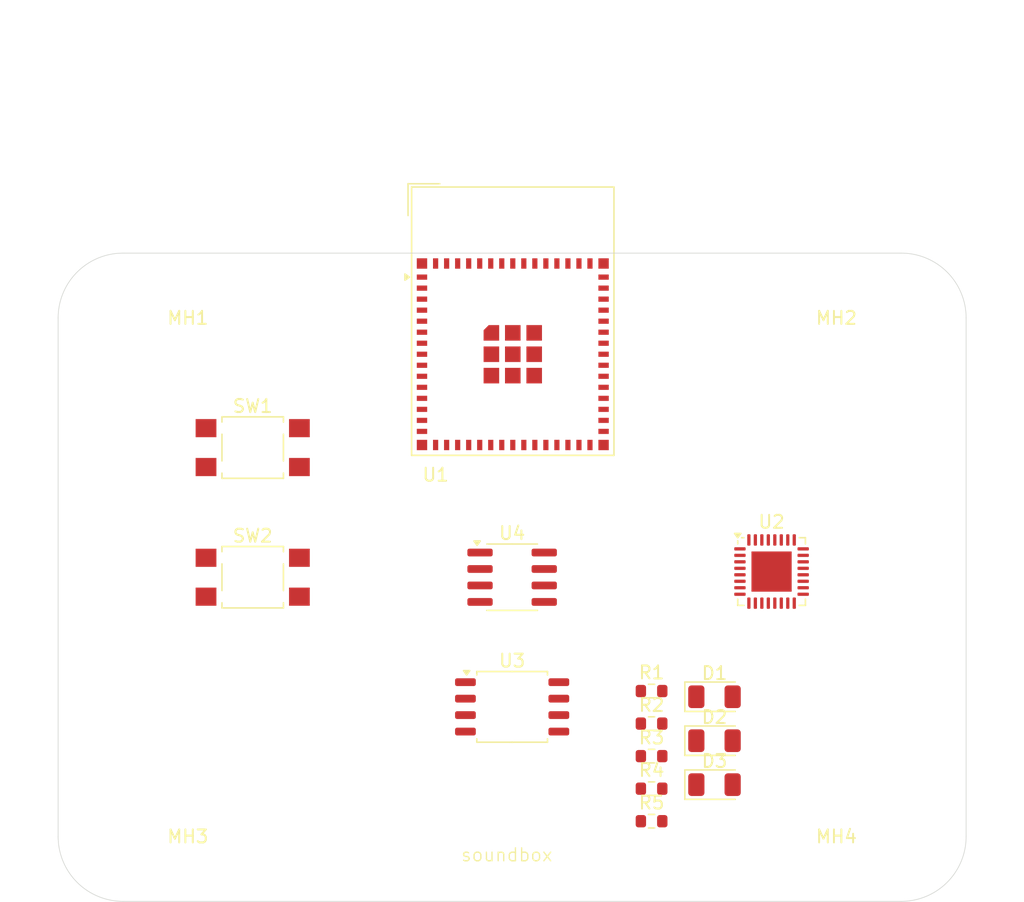
<source format=kicad_pcb>
(kicad_pcb (version 20240108) (generator "pcbnew") (generator_version "8.0")
  (title_block (title "soundbox"))
  (layers (0 "F.Cu" signal) (31 "B.Cu" signal) (34 "B.Paste" user) (35 "F.Paste" user) (36 "B.SilkS" user "B.Silkscreen") (37 "F.SilkS" user "F.Silkscreen") (38 "B.Mask" user) (39 "F.Mask" user) (44 "Edge.Cuts" user))
  (net 0 "")
  (net 5 "Net-(U1-GND-Pad1)")
  (net 48 "Net-(U2-PVDD-Pad21)")
  (net 52 "Net-(U2-PGND-Pad25)")
  (net 90 "Net-(D1-K)")
  (net 93 "Net-(D2-K)")
  (net 95 "Net-(D3-K)")
  (net 99 "Net-(R4-Pad2)")
  (footprint "Resistor_SMD:R_0603_1608Metric" (layer "F.Cu") (at 155.75 113.82)
    (property "Reference" "R5" (at 0 -1.43 0) (layer "F.SilkS"))
    (property "Value" "R")
    (fp_line (start -0.237258 -0.5225) (end 0.237258 -0.5225) (stroke (width 0.12)) (layer "F.SilkS"))
    (fp_line (start -0.237258 0.5225) (end 0.237258 0.5225) (stroke (width 0.12)) (layer "F.SilkS"))
    (pad "1" smd roundrect (at -0.825 0) (size 0.8 0.95) (layers "F.Cu" "F.Paste" "F.Mask") (net 99 "Net-(R4-Pad2)"))
    (pad "2" smd roundrect (at 0.825 0) (size 0.8 0.95) (layers "F.Cu" "F.Paste" "F.Mask"))
  )
  (footprint "Resistor_SMD:R_0603_1608Metric" (layer "F.Cu") (at 155.75 111.31)
    (property "Reference" "R4" (at 0 -1.43 0) (layer "F.SilkS"))
    (property "Value" "R")
    (fp_line (start -0.237258 -0.5225) (end 0.237258 -0.5225) (stroke (width 0.12)) (layer "F.SilkS"))
    (fp_line (start -0.237258 0.5225) (end 0.237258 0.5225) (stroke (width 0.12)) (layer "F.SilkS"))
    (pad "1" smd roundrect (at -0.825 0) (size 0.8 0.95) (layers "F.Cu" "F.Paste" "F.Mask"))
    (pad "2" smd roundrect (at 0.825 0) (size 0.8 0.95) (layers "F.Cu" "F.Paste" "F.Mask") (net 99 "Net-(R4-Pad2)"))
  )
  (footprint "Button_Switch_SMD:SW_SPST_TL3305A" (layer "F.Cu") (at 125 95)
    (property "Reference" "SW2" (at 0 -3.2 0) (layer "F.SilkS"))
    (property "Value" "SW_Push")
    (fp_line (start -2.37 -2.37) (end -2.37 -1.97) (stroke (width 0.12)) (layer "F.SilkS"))
    (fp_line (start -2.37 -2.37) (end 2.37 -2.37) (stroke (width 0.12)) (layer "F.SilkS"))
    (fp_line (start -2.37 1.03) (end -2.37 -1.03) (stroke (width 0.12)) (layer "F.SilkS"))
    (fp_line (start -2.37 2.37) (end -2.37 1.97) (stroke (width 0.12)) (layer "F.SilkS"))
    (fp_line (start -2.37 2.37) (end 2.37 2.37) (stroke (width 0.12)) (layer "F.SilkS"))
    (fp_line (start 2.37 -2.37) (end 2.37 -1.97) (stroke (width 0.12)) (layer "F.SilkS"))
    (fp_line (start 2.37 1.03) (end 2.37 -1.03) (stroke (width 0.12)) (layer "F.SilkS"))
    (fp_line (start 2.37 2.37) (end 2.37 1.97) (stroke (width 0.12)) (layer "F.SilkS"))
    (pad "1" smd rect (at -3.6 -1.5) (size 1.6 1.4) (layers "F.Cu" "F.Paste" "F.Mask"))
    (pad "1" smd rect (at 3.6 -1.5) (size 1.6 1.4) (layers "F.Cu" "F.Paste" "F.Mask"))
    (pad "2" smd rect (at -3.6 1.5) (size 1.6 1.4) (layers "F.Cu" "F.Paste" "F.Mask"))
    (pad "2" smd rect (at 3.6 1.5) (size 1.6 1.4) (layers "F.Cu" "F.Paste" "F.Mask"))
  )
  (footprint "Package_SO:SOIC-8_3.9x4.9mm_P1.27mm" (layer "F.Cu") (at 145 95)
    (property "Reference" "U4" (at 0 -3.4 0) (layer "F.SilkS"))
    (property "Value" "25CSM04xxSN")
    (fp_line (start 0 -2.56) (end -1.95 -2.56) (stroke (width 0.12)) (layer "F.SilkS"))
    (fp_line (start 0 -2.56) (end 1.95 -2.56) (stroke (width 0.12)) (layer "F.SilkS"))
    (fp_line (start 0 2.56) (end -1.95 2.56) (stroke (width 0.12)) (layer "F.SilkS"))
    (fp_line (start 0 2.56) (end 1.95 2.56) (stroke (width 0.12)) (layer "F.SilkS"))
    (fp_poly (pts (xy -2.7 -2.465) (xy -2.94 -2.795) (xy -2.46 -2.795) (xy -2.7 -2.465)) (stroke (width 0.12)) (fill solid) (layer "F.SilkS"))
    (pad "1" smd roundrect (at -2.475 -1.905) (size 1.95 0.6) (layers "F.Cu" "F.Paste" "F.Mask"))
    (pad "2" smd roundrect (at -2.475 -0.635) (size 1.95 0.6) (layers "F.Cu" "F.Paste" "F.Mask"))
    (pad "3" smd roundrect (at -2.475 0.635) (size 1.95 0.6) (layers "F.Cu" "F.Paste" "F.Mask"))
    (pad "4" smd roundrect (at -2.475 1.905) (size 1.95 0.6) (layers "F.Cu" "F.Paste" "F.Mask"))
    (pad "5" smd roundrect (at 2.475 1.905) (size 1.95 0.6) (layers "F.Cu" "F.Paste" "F.Mask"))
    (pad "6" smd roundrect (at 2.475 0.635) (size 1.95 0.6) (layers "F.Cu" "F.Paste" "F.Mask"))
    (pad "7" smd roundrect (at 2.475 -0.635) (size 1.95 0.6) (layers "F.Cu" "F.Paste" "F.Mask"))
    (pad "8" smd roundrect (at 2.475 -1.905) (size 1.95 0.6) (layers "F.Cu" "F.Paste" "F.Mask"))
  )
  (footprint "MountingHole:MountingHole_3.2mm_M3" (layer "F.Cu") (at 115 115)
    (property "Reference" "MH3" (at 5 0 0) (layer "F.SilkS"))
    (property "Value" "MountingHole_3.2mm_M3")
    (pad "" np_thru_hole circle (at 0 0) (size 3.2 3.2) (drill 3.2) (layers "*.Cu" "*.Mask"))
  )
  (footprint "RF_Module:ESP32-S2-MINI-1" (layer "F.Cu") (at 145.05 75.25)
    (property "Reference" "U1" (at -5.95 11.85 0) (layer "F.SilkS"))
    (property "Value" "ESP32-S3-MINI-1")
    (fp_line (start -8.075 -10.6) (end -8.075 -8.15) (stroke (width 0.12)) (layer "F.SilkS"))
    (fp_line (start -8.075 -10.6) (end -5.625 -10.6) (stroke (width 0.12)) (layer "F.SilkS"))
    (fp_line (start -7.8 -10.35) (end 7.8 -10.35) (stroke (width 0.12)) (layer "F.SilkS"))
    (fp_line (start -7.8 10.35) (end -7.8 -10.35) (stroke (width 0.12)) (layer "F.SilkS"))
    (fp_line (start 7.8 -10.35) (end 7.8 10.35) (stroke (width 0.12)) (layer "F.SilkS"))
    (fp_line (start 7.8 10.35) (end -7.8 10.35) (stroke (width 0.12)) (layer "F.SilkS"))
    (fp_poly (pts (xy -7.975 -3.4) (xy -8.311 -3.16) (xy -8.311 -3.64) (xy -7.975 -3.4)) (stroke (width 0.12)) (fill solid) (layer "F.SilkS"))
    (pad "1" smd rect (at -7 -3.4) (size 0.8 0.4) (layers "F.Cu" "F.Paste" "F.Mask") (net 5 "Net-(U1-GND-Pad1)"))
    (pad "2" smd rect (at -7 -2.55) (size 0.8 0.4) (layers "F.Cu" "F.Paste" "F.Mask") (net 5 "Net-(U1-GND-Pad1)"))
    (pad "3" smd rect (at -7 -1.7) (size 0.8 0.4) (layers "F.Cu" "F.Paste" "F.Mask"))
    (pad "4" smd rect (at -7 -0.85) (size 0.8 0.4) (layers "F.Cu" "F.Paste" "F.Mask"))
    (pad "5" smd rect (at -7 0) (size 0.8 0.4) (layers "F.Cu" "F.Paste" "F.Mask"))
    (pad "6" smd rect (at -7 0.85) (size 0.8 0.4) (layers "F.Cu" "F.Paste" "F.Mask"))
    (pad "7" smd rect (at -7 1.7) (size 0.8 0.4) (layers "F.Cu" "F.Paste" "F.Mask"))
    (pad "8" smd rect (at -7 2.55) (size 0.8 0.4) (layers "F.Cu" "F.Paste" "F.Mask"))
    (pad "9" smd rect (at -7 3.4) (size 0.8 0.4) (layers "F.Cu" "F.Paste" "F.Mask"))
    (pad "10" smd rect (at -7 4.25) (size 0.8 0.4) (layers "F.Cu" "F.Paste" "F.Mask"))
    (pad "11" smd rect (at -7 5.1) (size 0.8 0.4) (layers "F.Cu" "F.Paste" "F.Mask"))
    (pad "12" smd rect (at -7 5.95) (size 0.8 0.4) (layers "F.Cu" "F.Paste" "F.Mask"))
    (pad "13" smd rect (at -7 6.8) (size 0.8 0.4) (layers "F.Cu" "F.Paste" "F.Mask"))
    (pad "14" smd rect (at -7 7.65) (size 0.8 0.4) (layers "F.Cu" "F.Paste" "F.Mask"))
    (pad "15" smd rect (at -7 8.5) (size 0.8 0.4) (layers "F.Cu" "F.Paste" "F.Mask"))
    (pad "16" smd rect (at -5.95 9.55 90) (size 0.8 0.4) (layers "F.Cu" "F.Paste" "F.Mask"))
    (pad "17" smd rect (at -5.1 9.55 90) (size 0.8 0.4) (layers "F.Cu" "F.Paste" "F.Mask"))
    (pad "18" smd rect (at -4.25 9.55 90) (size 0.8 0.4) (layers "F.Cu" "F.Paste" "F.Mask"))
    (pad "19" smd rect (at -3.4 9.55 90) (size 0.8 0.4) (layers "F.Cu" "F.Paste" "F.Mask"))
    (pad "20" smd rect (at -2.55 9.55 90) (size 0.8 0.4) (layers "F.Cu" "F.Paste" "F.Mask"))
    (pad "21" smd rect (at -1.7 9.55 90) (size 0.8 0.4) (layers "F.Cu" "F.Paste" "F.Mask"))
    (pad "22" smd rect (at -0.85 9.55 90) (size 0.8 0.4) (layers "F.Cu" "F.Paste" "F.Mask"))
    (pad "23" smd rect (at 0 9.55 90) (size 0.8 0.4) (layers "F.Cu" "F.Paste" "F.Mask"))
    (pad "24" smd rect (at 0.85 9.55 90) (size 0.8 0.4) (layers "F.Cu" "F.Paste" "F.Mask"))
    (pad "25" smd rect (at 1.7 9.55 90) (size 0.8 0.4) (layers "F.Cu" "F.Paste" "F.Mask"))
    (pad "26" smd rect (at 2.55 9.55 90) (size 0.8 0.4) (layers "F.Cu" "F.Paste" "F.Mask"))
    (pad "27" smd rect (at 3.4 9.55 90) (size 0.8 0.4) (layers "F.Cu" "F.Paste" "F.Mask"))
    (pad "28" smd rect (at 4.25 9.55 90) (size 0.8 0.4) (layers "F.Cu" "F.Paste" "F.Mask"))
    (pad "29" smd rect (at 5.1 9.55 90) (size 0.8 0.4) (layers "F.Cu" "F.Paste" "F.Mask"))
    (pad "30" smd rect (at 5.95 9.55 90) (size 0.8 0.4) (layers "F.Cu" "F.Paste" "F.Mask"))
    (pad "31" smd rect (at 7 8.5) (size 0.8 0.4) (layers "F.Cu" "F.Paste" "F.Mask"))
    (pad "32" smd rect (at 7 7.65) (size 0.8 0.4) (layers "F.Cu" "F.Paste" "F.Mask"))
    (pad "33" smd rect (at 7 6.8) (size 0.8 0.4) (layers "F.Cu" "F.Paste" "F.Mask"))
    (pad "34" smd rect (at 7 5.95) (size 0.8 0.4) (layers "F.Cu" "F.Paste" "F.Mask"))
    (pad "35" smd rect (at 7 5.1) (size 0.8 0.4) (layers "F.Cu" "F.Paste" "F.Mask"))
    (pad "36" smd rect (at 7 4.25) (size 0.8 0.4) (layers "F.Cu" "F.Paste" "F.Mask"))
    (pad "37" smd rect (at 7 3.4) (size 0.8 0.4) (layers "F.Cu" "F.Paste" "F.Mask"))
    (pad "38" smd rect (at 7 2.55) (size 0.8 0.4) (layers "F.Cu" "F.Paste" "F.Mask"))
    (pad "39" smd rect (at 7 1.7) (size 0.8 0.4) (layers "F.Cu" "F.Paste" "F.Mask"))
    (pad "40" smd rect (at 7 0.85) (size 0.8 0.4) (layers "F.Cu" "F.Paste" "F.Mask"))
    (pad "41" smd rect (at 7 0) (size 0.8 0.4) (layers "F.Cu" "F.Paste" "F.Mask"))
    (pad "42" smd rect (at 7 -0.85) (size 0.8 0.4) (layers "F.Cu" "F.Paste" "F.Mask") (net 5 "Net-(U1-GND-Pad1)"))
    (pad "43" smd rect (at 7 -1.7) (size 0.8 0.4) (layers "F.Cu" "F.Paste" "F.Mask") (net 5 "Net-(U1-GND-Pad1)"))
    (pad "44" smd rect (at 7 -2.55) (size 0.8 0.4) (layers "F.Cu" "F.Paste" "F.Mask"))
    (pad "45" smd rect (at 7 -3.4) (size 0.8 0.4) (layers "F.Cu" "F.Paste" "F.Mask"))
    (pad "46" smd rect (at 5.95 -4.45 90) (size 0.8 0.4) (layers "F.Cu" "F.Paste" "F.Mask") (net 5 "Net-(U1-GND-Pad1)"))
    (pad "47" smd rect (at 5.1 -4.45 90) (size 0.8 0.4) (layers "F.Cu" "F.Paste" "F.Mask") (net 5 "Net-(U1-GND-Pad1)"))
    (pad "48" smd rect (at 4.25 -4.45 90) (size 0.8 0.4) (layers "F.Cu" "F.Paste" "F.Mask") (net 5 "Net-(U1-GND-Pad1)"))
    (pad "49" smd rect (at 3.4 -4.45 90) (size 0.8 0.4) (layers "F.Cu" "F.Paste" "F.Mask") (net 5 "Net-(U1-GND-Pad1)"))
    (pad "50" smd rect (at 2.55 -4.45 90) (size 0.8 0.4) (layers "F.Cu" "F.Paste" "F.Mask") (net 5 "Net-(U1-GND-Pad1)"))
    (pad "51" smd rect (at 1.7 -4.45 90) (size 0.8 0.4) (layers "F.Cu" "F.Paste" "F.Mask") (net 5 "Net-(U1-GND-Pad1)"))
    (pad "52" smd rect (at 0.85 -4.45 90) (size 0.8 0.4) (layers "F.Cu" "F.Paste" "F.Mask") (net 5 "Net-(U1-GND-Pad1)"))
    (pad "53" smd rect (at 0 -4.45 90) (size 0.8 0.4) (layers "F.Cu" "F.Paste" "F.Mask") (net 5 "Net-(U1-GND-Pad1)"))
    (pad "54" smd rect (at -0.85 -4.45 90) (size 0.8 0.4) (layers "F.Cu" "F.Paste" "F.Mask") (net 5 "Net-(U1-GND-Pad1)"))
    (pad "55" smd rect (at -1.7 -4.45 90) (size 0.8 0.4) (layers "F.Cu" "F.Paste" "F.Mask") (net 5 "Net-(U1-GND-Pad1)"))
    (pad "56" smd rect (at -2.55 -4.45 90) (size 0.8 0.4) (layers "F.Cu" "F.Paste" "F.Mask") (net 5 "Net-(U1-GND-Pad1)"))
    (pad "57" smd rect (at -3.4 -4.45 90) (size 0.8 0.4) (layers "F.Cu" "F.Paste" "F.Mask") (net 5 "Net-(U1-GND-Pad1)"))
    (pad "58" smd rect (at -4.25 -4.45 90) (size 0.8 0.4) (layers "F.Cu" "F.Paste" "F.Mask") (net 5 "Net-(U1-GND-Pad1)"))
    (pad "59" smd rect (at -5.1 -4.45 90) (size 0.8 0.4) (layers "F.Cu" "F.Paste" "F.Mask") (net 5 "Net-(U1-GND-Pad1)"))
    (pad "60" smd rect (at -5.95 -4.45 90) (size 0.8 0.4) (layers "F.Cu" "F.Paste" "F.Mask") (net 5 "Net-(U1-GND-Pad1)"))
    (pad "61" smd roundrect (at -1.65 0.9) (size 1.2 1.2) (layers "F.Cu" "F.Paste" "F.Mask") (roundrect_rratio 0) (chamfer_ratio 0.33) (chamfer top_left) (net 5 "Net-(U1-GND-Pad1)"))
    (pad "61" smd rect (at -1.65 2.55) (size 1.2 1.2) (layers "F.Cu" "F.Paste" "F.Mask") (net 5 "Net-(U1-GND-Pad1)"))
    (pad "61" smd rect (at -1.65 4.2) (size 1.2 1.2) (layers "F.Cu" "F.Paste" "F.Mask") (net 5 "Net-(U1-GND-Pad1)"))
    (pad "61" smd rect (at 0 0.9) (size 1.2 1.2) (layers "F.Cu" "F.Paste" "F.Mask") (net 5 "Net-(U1-GND-Pad1)"))
    (pad "61" smd rect (at 0 2.55) (size 1.2 1.2) (layers "F.Cu" "F.Paste" "F.Mask") (net 5 "Net-(U1-GND-Pad1)"))
    (pad "61" smd rect (at 0 4.2) (size 1.2 1.2) (layers "F.Cu" "F.Paste" "F.Mask") (net 5 "Net-(U1-GND-Pad1)"))
    (pad "61" smd rect (at 1.65 0.9) (size 1.2 1.2) (layers "F.Cu" "F.Paste" "F.Mask") (net 5 "Net-(U1-GND-Pad1)"))
    (pad "61" smd rect (at 1.65 2.55) (size 1.2 1.2) (layers "F.Cu" "F.Paste" "F.Mask") (net 5 "Net-(U1-GND-Pad1)"))
    (pad "61" smd rect (at 1.65 4.2) (size 1.2 1.2) (layers "F.Cu" "F.Paste" "F.Mask") (net 5 "Net-(U1-GND-Pad1)"))
    (pad "62" smd rect (at -7 -4.45) (size 0.8 0.8) (layers "F.Cu" "F.Paste" "F.Mask") (net 5 "Net-(U1-GND-Pad1)"))
    (pad "63" smd rect (at -7 9.55) (size 0.8 0.8) (layers "F.Cu" "F.Paste" "F.Mask") (net 5 "Net-(U1-GND-Pad1)"))
    (pad "64" smd rect (at 7 9.55) (size 0.8 0.8) (layers "F.Cu" "F.Paste" "F.Mask") (net 5 "Net-(U1-GND-Pad1)"))
    (pad "65" smd rect (at 7 -4.45) (size 0.8 0.8) (layers "F.Cu" "F.Paste" "F.Mask") (net 5 "Net-(U1-GND-Pad1)"))
  )
  (footprint "MountingHole:MountingHole_3.2mm_M3" (layer "F.Cu") (at 115 75)
    (property "Reference" "MH1" (at 5 0 0) (layer "F.SilkS"))
    (property "Value" "MountingHole_3.2mm_M3")
    (pad "" np_thru_hole circle (at 0 0) (size 3.2 3.2) (drill 3.2) (layers "*.Cu" "*.Mask"))
  )
  (footprint "Resistor_SMD:R_0603_1608Metric" (layer "F.Cu") (at 155.75 106.29)
    (property "Reference" "R2" (at 0 -1.43 0) (layer "F.SilkS"))
    (property "Value" "R")
    (fp_line (start -0.237258 -0.5225) (end 0.237258 -0.5225) (stroke (width 0.12)) (layer "F.SilkS"))
    (fp_line (start -0.237258 0.5225) (end 0.237258 0.5225) (stroke (width 0.12)) (layer "F.SilkS"))
    (pad "1" smd roundrect (at -0.825 0) (size 0.8 0.95) (layers "F.Cu" "F.Paste" "F.Mask") (net 93 "Net-(D2-K)"))
    (pad "2" smd roundrect (at 0.825 0) (size 0.8 0.95) (layers "F.Cu" "F.Paste" "F.Mask"))
  )
  (footprint "Resistor_SMD:R_0603_1608Metric" (layer "F.Cu") (at 155.75 103.78)
    (property "Reference" "R1" (at 0 -1.43 0) (layer "F.SilkS"))
    (property "Value" "R")
    (fp_line (start -0.237258 -0.5225) (end 0.237258 -0.5225) (stroke (width 0.12)) (layer "F.SilkS"))
    (fp_line (start -0.237258 0.5225) (end 0.237258 0.5225) (stroke (width 0.12)) (layer "F.SilkS"))
    (pad "1" smd roundrect (at -0.825 0) (size 0.8 0.95) (layers "F.Cu" "F.Paste" "F.Mask") (net 90 "Net-(D1-K)"))
    (pad "2" smd roundrect (at 0.825 0) (size 0.8 0.95) (layers "F.Cu" "F.Paste" "F.Mask"))
  )
  (footprint "MountingHole:MountingHole_3.2mm_M3" (layer "F.Cu") (at 175 115)
    (property "Reference" "MH4" (at -5 0 0) (layer "F.SilkS"))
    (property "Value" "MountingHole_3.2mm_M3")
    (pad "" np_thru_hole circle (at 0 0) (size 3.2 3.2) (drill 3.2) (layers "*.Cu" "*.Mask"))
  )
  (footprint "Button_Switch_SMD:SW_SPST_TL3305A" (layer "F.Cu") (at 125 85)
    (property "Reference" "SW1" (at 0 -3.2 0) (layer "F.SilkS"))
    (property "Value" "SW_Push")
    (fp_line (start -2.37 -2.37) (end -2.37 -1.97) (stroke (width 0.12)) (layer "F.SilkS"))
    (fp_line (start -2.37 -2.37) (end 2.37 -2.37) (stroke (width 0.12)) (layer "F.SilkS"))
    (fp_line (start -2.37 1.03) (end -2.37 -1.03) (stroke (width 0.12)) (layer "F.SilkS"))
    (fp_line (start -2.37 2.37) (end -2.37 1.97) (stroke (width 0.12)) (layer "F.SilkS"))
    (fp_line (start -2.37 2.37) (end 2.37 2.37) (stroke (width 0.12)) (layer "F.SilkS"))
    (fp_line (start 2.37 -2.37) (end 2.37 -1.97) (stroke (width 0.12)) (layer "F.SilkS"))
    (fp_line (start 2.37 1.03) (end 2.37 -1.03) (stroke (width 0.12)) (layer "F.SilkS"))
    (fp_line (start 2.37 2.37) (end 2.37 1.97) (stroke (width 0.12)) (layer "F.SilkS"))
    (pad "1" smd rect (at -3.6 -1.5) (size 1.6 1.4) (layers "F.Cu" "F.Paste" "F.Mask"))
    (pad "1" smd rect (at 3.6 -1.5) (size 1.6 1.4) (layers "F.Cu" "F.Paste" "F.Mask"))
    (pad "2" smd rect (at -3.6 1.5) (size 1.6 1.4) (layers "F.Cu" "F.Paste" "F.Mask"))
    (pad "2" smd rect (at 3.6 1.5) (size 1.6 1.4) (layers "F.Cu" "F.Paste" "F.Mask"))
  )
  (footprint "LED_SMD:LED_1206_3216Metric" (layer "F.Cu") (at 160.6 107.61)
    (property "Reference" "D2" (at 0 -1.82 0) (layer "F.SilkS"))
    (property "Value" "blue")
    (fp_line (start -2.285 -1.135) (end -2.285 1.135) (stroke (width 0.12)) (layer "F.SilkS"))
    (fp_line (start -2.285 1.135) (end 1.6 1.135) (stroke (width 0.12)) (layer "F.SilkS"))
    (fp_line (start 1.6 -1.135) (end -2.285 -1.135) (stroke (width 0.12)) (layer "F.SilkS"))
    (pad "1" smd roundrect (at -1.4 0) (size 1.25 1.75) (layers "F.Cu" "F.Paste" "F.Mask") (roundrect_rratio 0.2) (net 93 "Net-(D2-K)"))
    (pad "2" smd roundrect (at 1.4 0) (size 1.25 1.75) (layers "F.Cu" "F.Paste" "F.Mask") (roundrect_rratio 0.2))
  )
  (footprint "Package_DFN_QFN:VQFN-32-1EP_5x5mm_P0.5mm_EP3.1x3.1mm" (layer "F.Cu") (at 165 94.5625)
    (property "Reference" "U2" (at 0 -3.83 0) (layer "F.SilkS"))
    (property "Value" "TAS5825MRHB")
    (fp_line (start -2.61 -2.135) (end -2.61 -2.37) (stroke (width 0.12)) (layer "F.SilkS"))
    (fp_line (start -2.61 2.61) (end -2.61 2.135) (stroke (width 0.12)) (layer "F.SilkS"))
    (fp_line (start -2.135 -2.61) (end -2.31 -2.61) (stroke (width 0.12)) (layer "F.SilkS"))
    (fp_line (start -2.135 2.61) (end -2.61 2.61) (stroke (width 0.12)) (layer "F.SilkS"))
    (fp_line (start 2.135 -2.61) (end 2.61 -2.61) (stroke (width 0.12)) (layer "F.SilkS"))
    (fp_line (start 2.135 2.61) (end 2.61 2.61) (stroke (width 0.12)) (layer "F.SilkS"))
    (fp_line (start 2.61 -2.61) (end 2.61 -2.135) (stroke (width 0.12)) (layer "F.SilkS"))
    (fp_line (start 2.61 2.61) (end 2.61 2.135) (stroke (width 0.12)) (layer "F.SilkS"))
    (fp_poly (pts (xy -2.61 -2.61) (xy -2.85 -2.94) (xy -2.37 -2.94) (xy -2.61 -2.61)) (stroke (width 0.12)) (fill solid) (layer "F.SilkS"))
    (pad "1" smd roundrect (at -2.4375 -1.75) (size 0.875 0.25) (layers "F.Cu" "F.Paste" "F.Mask"))
    (pad "2" smd roundrect (at -2.4375 -1.25) (size 0.875 0.25) (layers "F.Cu" "F.Paste" "F.Mask"))
    (pad "3" smd roundrect (at -2.4375 -0.75) (size 0.875 0.25) (layers "F.Cu" "F.Paste" "F.Mask") (net 48 "Net-(U2-PVDD-Pad21)"))
    (pad "4" smd roundrect (at -2.4375 -0.25) (size 0.875 0.25) (layers "F.Cu" "F.Paste" "F.Mask") (net 48 "Net-(U2-PVDD-Pad21)"))
    (pad "5" smd roundrect (at -2.4375 0.25) (size 0.875 0.25) (layers "F.Cu" "F.Paste" "F.Mask"))
    (pad "6" smd roundrect (at -2.4375 0.75) (size 0.875 0.25) (layers "F.Cu" "F.Paste" "F.Mask"))
    (pad "7" smd roundrect (at -2.4375 1.25) (size 0.875 0.25) (layers "F.Cu" "F.Paste" "F.Mask"))
    (pad "8" smd roundrect (at -2.4375 1.75) (size 0.875 0.25) (layers "F.Cu" "F.Paste" "F.Mask"))
    (pad "9" smd roundrect (at -1.75 2.4375) (size 0.25 0.875) (layers "F.Cu" "F.Paste" "F.Mask"))
    (pad "10" smd roundrect (at -1.25 2.4375) (size 0.25 0.875) (layers "F.Cu" "F.Paste" "F.Mask"))
    (pad "11" smd roundrect (at -0.75 2.4375) (size 0.25 0.875) (layers "F.Cu" "F.Paste" "F.Mask"))
    (pad "12" smd roundrect (at -0.25 2.4375) (size 0.25 0.875) (layers "F.Cu" "F.Paste" "F.Mask"))
    (pad "13" smd roundrect (at 0.25 2.4375) (size 0.25 0.875) (layers "F.Cu" "F.Paste" "F.Mask"))
    (pad "14" smd roundrect (at 0.75 2.4375) (size 0.25 0.875) (layers "F.Cu" "F.Paste" "F.Mask"))
    (pad "15" smd roundrect (at 1.25 2.4375) (size 0.25 0.875) (layers "F.Cu" "F.Paste" "F.Mask"))
    (pad "16" smd roundrect (at 1.75 2.4375) (size 0.25 0.875) (layers "F.Cu" "F.Paste" "F.Mask"))
    (pad "17" smd roundrect (at 2.4375 1.75) (size 0.875 0.25) (layers "F.Cu" "F.Paste" "F.Mask"))
    (pad "18" smd roundrect (at 2.4375 1.25) (size 0.875 0.25) (layers "F.Cu" "F.Paste" "F.Mask"))
    (pad "19" smd roundrect (at 2.4375 0.75) (size 0.875 0.25) (layers "F.Cu" "F.Paste" "F.Mask"))
    (pad "20" smd roundrect (at 2.4375 0.25) (size 0.875 0.25) (layers "F.Cu" "F.Paste" "F.Mask"))
    (pad "21" smd roundrect (at 2.4375 -0.25) (size 0.875 0.25) (layers "F.Cu" "F.Paste" "F.Mask") (net 48 "Net-(U2-PVDD-Pad21)"))
    (pad "22" smd roundrect (at 2.4375 -0.75) (size 0.875 0.25) (layers "F.Cu" "F.Paste" "F.Mask") (net 48 "Net-(U2-PVDD-Pad21)"))
    (pad "23" smd roundrect (at 2.4375 -1.25) (size 0.875 0.25) (layers "F.Cu" "F.Paste" "F.Mask"))
    (pad "24" smd roundrect (at 2.4375 -1.75) (size 0.875 0.25) (layers "F.Cu" "F.Paste" "F.Mask"))
    (pad "25" smd roundrect (at 1.75 -2.4375) (size 0.25 0.875) (layers "F.Cu" "F.Paste" "F.Mask") (net 52 "Net-(U2-PGND-Pad25)"))
    (pad "26" smd roundrect (at 1.25 -2.4375) (size 0.25 0.875) (layers "F.Cu" "F.Paste" "F.Mask") (net 52 "Net-(U2-PGND-Pad25)"))
    (pad "27" smd roundrect (at 0.75 -2.4375) (size 0.25 0.875) (layers "F.Cu" "F.Paste" "F.Mask"))
    (pad "28" smd roundrect (at 0.25 -2.4375) (size 0.25 0.875) (layers "F.Cu" "F.Paste" "F.Mask"))
    (pad "29" smd roundrect (at -0.25 -2.4375) (size 0.25 0.875) (layers "F.Cu" "F.Paste" "F.Mask"))
    (pad "30" smd roundrect (at -0.75 -2.4375) (size 0.25 0.875) (layers "F.Cu" "F.Paste" "F.Mask"))
    (pad "31" smd roundrect (at -1.25 -2.4375) (size 0.25 0.875) (layers "F.Cu" "F.Paste" "F.Mask") (net 52 "Net-(U2-PGND-Pad25)"))
    (pad "32" smd roundrect (at -1.75 -2.4375) (size 0.25 0.875) (layers "F.Cu" "F.Paste" "F.Mask") (net 52 "Net-(U2-PGND-Pad25)"))
    (pad "33" smd rect (at 0 0) (size 3.1 3.1) (property pad_prop_heatsink) (layers "F.Cu" "F.Mask"))
  )
  (footprint "MountingHole:MountingHole_3.2mm_M3" (layer "F.Cu") (at 175 75)
    (property "Reference" "MH2" (at -5 0 0) (layer "F.SilkS"))
    (property "Value" "MountingHole_3.2mm_M3")
    (pad "" np_thru_hole circle (at 0 0) (size 3.2 3.2) (drill 3.2) (layers "*.Cu" "*.Mask"))
  )
  (footprint "LED_SMD:LED_1206_3216Metric" (layer "F.Cu") (at 160.6 111)
    (property "Reference" "D3" (at 0 -1.82 0) (layer "F.SilkS"))
    (property "Value" "red")
    (fp_line (start -2.285 -1.135) (end -2.285 1.135) (stroke (width 0.12)) (layer "F.SilkS"))
    (fp_line (start -2.285 1.135) (end 1.6 1.135) (stroke (width 0.12)) (layer "F.SilkS"))
    (fp_line (start 1.6 -1.135) (end -2.285 -1.135) (stroke (width 0.12)) (layer "F.SilkS"))
    (pad "1" smd roundrect (at -1.4 0) (size 1.25 1.75) (layers "F.Cu" "F.Paste" "F.Mask") (roundrect_rratio 0.2) (net 95 "Net-(D3-K)"))
    (pad "2" smd roundrect (at 1.4 0) (size 1.25 1.75) (layers "F.Cu" "F.Paste" "F.Mask") (roundrect_rratio 0.2))
  )
  (footprint "Package_SO:SOIC-8_5.23x5.23mm_P1.27mm" (layer "F.Cu") (at 145 105)
    (property "Reference" "U3" (at 0 -3.56 0) (layer "F.SilkS"))
    (property "Value" "W25Q32JVSS")
    (fp_line (start -2.725 -2.725) (end -2.725 -2.465) (stroke (width 0.12)) (layer "F.SilkS"))
    (fp_line (start -2.725 2.725) (end -2.725 2.465) (stroke (width 0.12)) (layer "F.SilkS"))
    (fp_line (start 0 -2.725) (end -2.725 -2.725) (stroke (width 0.12)) (layer "F.SilkS"))
    (fp_line (start 0 -2.725) (end 2.725 -2.725) (stroke (width 0.12)) (layer "F.SilkS"))
    (fp_line (start 0 2.725) (end -2.725 2.725) (stroke (width 0.12)) (layer "F.SilkS"))
    (fp_line (start 0 2.725) (end 2.725 2.725) (stroke (width 0.12)) (layer "F.SilkS"))
    (fp_line (start 2.725 -2.725) (end 2.725 -2.465) (stroke (width 0.12)) (layer "F.SilkS"))
    (fp_line (start 2.725 2.725) (end 2.725 2.465) (stroke (width 0.12)) (layer "F.SilkS"))
    (fp_poly (pts (xy -3.5075 -2.465) (xy -3.7475 -2.795) (xy -3.2675 -2.795) (xy -3.5075 -2.465)) (stroke (width 0.12)) (fill solid) (layer "F.SilkS"))
    (pad "1" smd roundrect (at -3.6 -1.905) (size 1.6 0.6) (layers "F.Cu" "F.Paste" "F.Mask"))
    (pad "2" smd roundrect (at -3.6 -0.635) (size 1.6 0.6) (layers "F.Cu" "F.Paste" "F.Mask"))
    (pad "3" smd roundrect (at -3.6 0.635) (size 1.6 0.6) (layers "F.Cu" "F.Paste" "F.Mask"))
    (pad "4" smd roundrect (at -3.6 1.905) (size 1.6 0.6) (layers "F.Cu" "F.Paste" "F.Mask"))
    (pad "5" smd roundrect (at 3.6 1.905) (size 1.6 0.6) (layers "F.Cu" "F.Paste" "F.Mask"))
    (pad "6" smd roundrect (at 3.6 0.635) (size 1.6 0.6) (layers "F.Cu" "F.Paste" "F.Mask"))
    (pad "7" smd roundrect (at 3.6 -0.635) (size 1.6 0.6) (layers "F.Cu" "F.Paste" "F.Mask"))
    (pad "8" smd roundrect (at 3.6 -1.905) (size 1.6 0.6) (layers "F.Cu" "F.Paste" "F.Mask"))
  )
  (footprint "LED_SMD:LED_1206_3216Metric" (layer "F.Cu") (at 160.6 104.22)
    (property "Reference" "D1" (at 0 -1.82 0) (layer "F.SilkS"))
    (property "Value" "green")
    (fp_line (start -2.285 -1.135) (end -2.285 1.135) (stroke (width 0.12)) (layer "F.SilkS"))
    (fp_line (start -2.285 1.135) (end 1.6 1.135) (stroke (width 0.12)) (layer "F.SilkS"))
    (fp_line (start 1.6 -1.135) (end -2.285 -1.135) (stroke (width 0.12)) (layer "F.SilkS"))
    (pad "1" smd roundrect (at -1.4 0) (size 1.25 1.75) (layers "F.Cu" "F.Paste" "F.Mask") (roundrect_rratio 0.2) (net 90 "Net-(D1-K)"))
    (pad "2" smd roundrect (at 1.4 0) (size 1.25 1.75) (layers "F.Cu" "F.Paste" "F.Mask") (roundrect_rratio 0.2))
  )
  (footprint "Resistor_SMD:R_0603_1608Metric" (layer "F.Cu") (at 155.75 108.8)
    (property "Reference" "R3" (at 0 -1.43 0) (layer "F.SilkS"))
    (property "Value" "R")
    (fp_line (start -0.237258 -0.5225) (end 0.237258 -0.5225) (stroke (width 0.12)) (layer "F.SilkS"))
    (fp_line (start -0.237258 0.5225) (end 0.237258 0.5225) (stroke (width 0.12)) (layer "F.SilkS"))
    (pad "1" smd roundrect (at -0.825 0) (size 0.8 0.95) (layers "F.Cu" "F.Paste" "F.Mask") (net 95 "Net-(D3-K)"))
    (pad "2" smd roundrect (at 0.825 0) (size 0.8 0.95) (layers "F.Cu" "F.Paste" "F.Mask"))
  )
  (gr_arc (start 115 120) (mid 111.464466 118.535534) (end 110 115) (stroke (width 0.05)) (layer "Edge.Cuts"))
  (gr_arc (start 110 75) (mid 111.464466 71.464466) (end 115 70) (stroke (width 0.05)) (layer "Edge.Cuts"))
  (gr_line (start 175 120) (end 115 120) (stroke (width 0.05)) (layer "Edge.Cuts"))
  (gr_line (start 115 70) (end 175 70) (stroke (width 0.05)) (layer "Edge.Cuts"))
  (gr_arc (start 180 115) (mid 178.535534 118.535534) (end 175 120) (stroke (width 0.05)) (layer "Edge.Cuts"))
  (gr_arc (start 175 70) (mid 178.535534 71.464466) (end 180 75) (stroke (width 0.05)) (layer "Edge.Cuts"))
  (gr_line (start 110 115) (end 110 75) (stroke (width 0.05)) (layer "Edge.Cuts"))
  (gr_line (start 180 75) (end 180 115) (stroke (width 0.05)) (layer "Edge.Cuts"))
  (gr_text "soundbox" (at 141 117 0) (layer "F.SilkS") (effects (font (size 1 1) (thickness 0.1)) (justify left bottom)))
)
</source>
